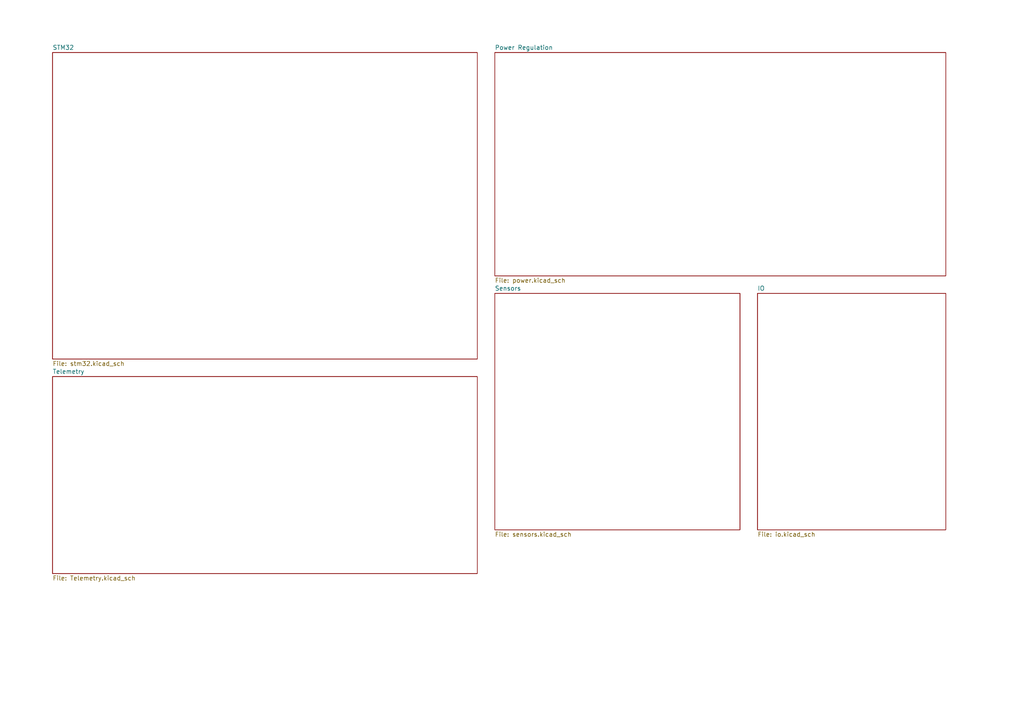
<source format=kicad_sch>
(kicad_sch
	(version 20231120)
	(generator "eeschema")
	(generator_version "8.0")
	(uuid "8210c139-a891-4d19-b6af-0ce30997a2bf")
	(paper "A4")
	(lib_symbols)
	(sheet
		(at 219.71 85.09)
		(size 54.61 68.58)
		(fields_autoplaced yes)
		(stroke
			(width 0.1524)
			(type solid)
		)
		(fill
			(color 0 0 0 0.0000)
		)
		(uuid "1347638a-1f77-4117-846f-092a26f2e048")
		(property "Sheetname" "IO"
			(at 219.71 84.3784 0)
			(effects
				(font
					(size 1.27 1.27)
				)
				(justify left bottom)
			)
		)
		(property "Sheetfile" "io.kicad_sch"
			(at 219.71 154.2546 0)
			(effects
				(font
					(size 1.27 1.27)
				)
				(justify left top)
			)
		)
		(instances
			(project "VanguardFlightComputer"
				(path "/8210c139-a891-4d19-b6af-0ce30997a2bf"
					(page "5")
				)
			)
		)
	)
	(sheet
		(at 15.24 109.22)
		(size 123.19 57.15)
		(fields_autoplaced yes)
		(stroke
			(width 0.1524)
			(type solid)
		)
		(fill
			(color 0 0 0 0.0000)
		)
		(uuid "449027dd-e81e-4c05-82b6-1653b0431494")
		(property "Sheetname" "Telemetry"
			(at 15.24 108.5084 0)
			(effects
				(font
					(size 1.27 1.27)
				)
				(justify left bottom)
			)
		)
		(property "Sheetfile" "Telemetry.kicad_sch"
			(at 15.24 166.9546 0)
			(effects
				(font
					(size 1.27 1.27)
				)
				(justify left top)
			)
		)
		(instances
			(project "VanguardFlightComputer"
				(path "/8210c139-a891-4d19-b6af-0ce30997a2bf"
					(page "6")
				)
			)
		)
	)
	(sheet
		(at 143.51 15.24)
		(size 130.81 64.77)
		(fields_autoplaced yes)
		(stroke
			(width 0.1524)
			(type solid)
		)
		(fill
			(color 0 0 0 0.0000)
		)
		(uuid "4d9c6f0c-6e2e-4336-8105-33caf36b8bd3")
		(property "Sheetname" "Power Regulation"
			(at 143.51 14.5284 0)
			(effects
				(font
					(size 1.27 1.27)
				)
				(justify left bottom)
			)
		)
		(property "Sheetfile" "power.kicad_sch"
			(at 143.51 80.5946 0)
			(effects
				(font
					(size 1.27 1.27)
				)
				(justify left top)
			)
		)
		(instances
			(project "VanguardFlightComputer"
				(path "/8210c139-a891-4d19-b6af-0ce30997a2bf"
					(page "3")
				)
			)
		)
	)
	(sheet
		(at 15.24 15.24)
		(size 123.19 88.9)
		(fields_autoplaced yes)
		(stroke
			(width 0.1524)
			(type solid)
		)
		(fill
			(color 0 0 0 0.0000)
		)
		(uuid "7467099e-b1ad-4267-ab3b-f40eae42649d")
		(property "Sheetname" "STM32"
			(at 15.24 14.5284 0)
			(effects
				(font
					(size 1.27 1.27)
				)
				(justify left bottom)
			)
		)
		(property "Sheetfile" "stm32.kicad_sch"
			(at 15.24 104.7246 0)
			(effects
				(font
					(size 1.27 1.27)
				)
				(justify left top)
			)
		)
		(instances
			(project "VanguardFlightComputer"
				(path "/8210c139-a891-4d19-b6af-0ce30997a2bf"
					(page "2")
				)
			)
		)
	)
	(sheet
		(at 143.51 85.09)
		(size 71.12 68.58)
		(fields_autoplaced yes)
		(stroke
			(width 0.1524)
			(type solid)
		)
		(fill
			(color 0 0 0 0.0000)
		)
		(uuid "d1d47f35-1c6b-4bd8-abfd-61ce400b06bd")
		(property "Sheetname" "Sensors"
			(at 143.51 84.3784 0)
			(effects
				(font
					(size 1.27 1.27)
				)
				(justify left bottom)
			)
		)
		(property "Sheetfile" "sensors.kicad_sch"
			(at 143.51 154.2546 0)
			(effects
				(font
					(size 1.27 1.27)
				)
				(justify left top)
			)
		)
		(instances
			(project "VanguardFlightComputer"
				(path "/8210c139-a891-4d19-b6af-0ce30997a2bf"
					(page "4")
				)
			)
		)
	)
	(sheet_instances
		(path "/"
			(page "1")
		)
	)
)

</source>
